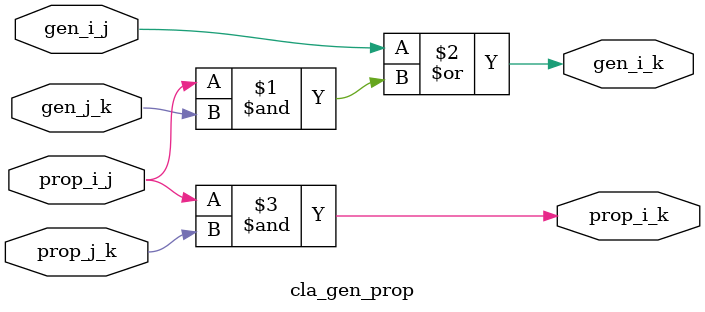
<source format=v>
`timescale 1ns / 1ps
module cla_gen_prop(
	input gen_i_j,
	input gen_j_k,
	input prop_i_j,
	input prop_j_k,
	output gen_i_k,
	output prop_i_k
);
	assign gen_i_k = gen_i_j | (prop_i_j & gen_j_k);
	assign prop_i_k = prop_i_j & prop_j_k;
endmodule

</source>
